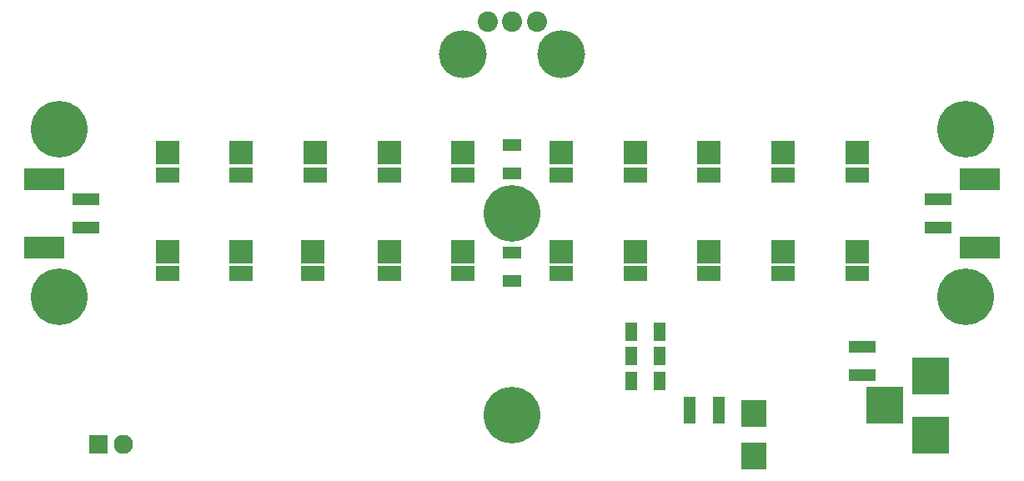
<source format=gts>
G04 #@! TF.GenerationSoftware,KiCad,Pcbnew,(5.0.0-rc2-117-g8a2639325)*
G04 #@! TF.CreationDate,2018-07-20T00:32:21+10:00*
G04 #@! TF.ProjectId,AR0004-R1,4152303030342D52312E6B696361645F,rev?*
G04 #@! TF.SameCoordinates,Original*
G04 #@! TF.FileFunction,Soldermask,Top*
G04 #@! TF.FilePolarity,Negative*
%FSLAX46Y46*%
G04 Gerber Fmt 4.6, Leading zero omitted, Abs format (unit mm)*
G04 Created by KiCad (PCBNEW (5.0.0-rc2-117-g8a2639325)) date 07/20/18 00:32:21*
%MOMM*%
%LPD*%
G01*
G04 APERTURE LIST*
%ADD10R,2.754000X1.154000*%
%ADD11R,1.154000X2.754000*%
%ADD12R,1.954000X1.154000*%
%ADD13R,2.354000X1.554000*%
%ADD14R,2.354000X2.454000*%
%ADD15R,2.554000X2.754000*%
%ADD16R,4.054000X2.254000*%
%ADD17R,3.754000X3.754000*%
%ADD18O,1.954000X1.954000*%
%ADD19R,1.954000X1.954000*%
%ADD20C,4.854000*%
%ADD21C,2.054000*%
%ADD22C,5.754000*%
%ADD23R,1.154000X1.954000*%
G04 APERTURE END LIST*
D10*
G04 #@! TO.C,C5*
X135500000Y-81050000D03*
X135500000Y-83950000D03*
G04 #@! TD*
D11*
G04 #@! TO.C,C6*
X118050000Y-87500000D03*
X120950000Y-87500000D03*
G04 #@! TD*
D10*
G04 #@! TO.C,C7*
X56750000Y-66050000D03*
X56750000Y-68950000D03*
G04 #@! TD*
G04 #@! TO.C,C8*
X143250000Y-68950000D03*
X143250000Y-66050000D03*
G04 #@! TD*
D12*
G04 #@! TO.C,C9*
X100000000Y-63450000D03*
X100000000Y-60550000D03*
G04 #@! TD*
G04 #@! TO.C,C14*
X100000000Y-71500000D03*
X100000000Y-74400000D03*
G04 #@! TD*
D13*
G04 #@! TO.C,D1*
X65000000Y-63630000D03*
D14*
X65000000Y-61370000D03*
G04 #@! TD*
G04 #@! TO.C,D2*
X72500000Y-61370000D03*
D13*
X72500000Y-63630000D03*
G04 #@! TD*
G04 #@! TO.C,D3*
X80000000Y-63630000D03*
D14*
X80000000Y-61370000D03*
G04 #@! TD*
G04 #@! TO.C,D4*
X87500000Y-61370000D03*
D13*
X87500000Y-63630000D03*
G04 #@! TD*
D14*
G04 #@! TO.C,D5*
X95000000Y-61370000D03*
D13*
X95000000Y-63630000D03*
G04 #@! TD*
G04 #@! TO.C,D6*
X105000000Y-63630000D03*
D14*
X105000000Y-61370000D03*
G04 #@! TD*
G04 #@! TO.C,D7*
X112500000Y-61370000D03*
D13*
X112500000Y-63630000D03*
G04 #@! TD*
G04 #@! TO.C,D8*
X120000000Y-63630000D03*
D14*
X120000000Y-61370000D03*
G04 #@! TD*
G04 #@! TO.C,D9*
X127500000Y-61370000D03*
D13*
X127500000Y-63630000D03*
G04 #@! TD*
G04 #@! TO.C,D10*
X135000000Y-63630000D03*
D14*
X135000000Y-61370000D03*
G04 #@! TD*
D15*
G04 #@! TO.C,D11*
X124500000Y-87850000D03*
X124500000Y-92150000D03*
G04 #@! TD*
D14*
G04 #@! TO.C,D12*
X65000000Y-71370000D03*
D13*
X65000000Y-73630000D03*
G04 #@! TD*
D14*
G04 #@! TO.C,D13*
X72500000Y-71370000D03*
D13*
X72500000Y-73630000D03*
G04 #@! TD*
D14*
G04 #@! TO.C,D14*
X79760000Y-71370000D03*
D13*
X79760000Y-73630000D03*
G04 #@! TD*
G04 #@! TO.C,D15*
X87500000Y-73630000D03*
D14*
X87500000Y-71370000D03*
G04 #@! TD*
D13*
G04 #@! TO.C,D16*
X95000000Y-73630000D03*
D14*
X95000000Y-71370000D03*
G04 #@! TD*
G04 #@! TO.C,D17*
X105000000Y-71370000D03*
D13*
X105000000Y-73630000D03*
G04 #@! TD*
G04 #@! TO.C,D18*
X112500000Y-73630000D03*
D14*
X112500000Y-71370000D03*
G04 #@! TD*
G04 #@! TO.C,D19*
X120000000Y-71370000D03*
D13*
X120000000Y-73630000D03*
G04 #@! TD*
G04 #@! TO.C,D20*
X127500000Y-73630000D03*
D14*
X127500000Y-71370000D03*
G04 #@! TD*
D13*
G04 #@! TO.C,D21*
X135000000Y-73630000D03*
D14*
X135000000Y-71370000D03*
G04 #@! TD*
D16*
G04 #@! TO.C,J1*
X147500000Y-71000000D03*
G04 #@! TD*
G04 #@! TO.C,J2*
X52500000Y-71000000D03*
G04 #@! TD*
D17*
G04 #@! TO.C,J3*
X137800000Y-87000000D03*
X142500000Y-90000000D03*
X142500000Y-84000000D03*
G04 #@! TD*
D16*
G04 #@! TO.C,J4*
X147500000Y-64000000D03*
G04 #@! TD*
G04 #@! TO.C,J5*
X52500000Y-64000000D03*
G04 #@! TD*
D18*
G04 #@! TO.C,J6*
X60540000Y-91000000D03*
D19*
X58000000Y-91000000D03*
G04 #@! TD*
D20*
G04 #@! TO.C,RV1*
X95000000Y-51300000D03*
X105000000Y-51300000D03*
D21*
X97500000Y-48000000D03*
X100000000Y-48000000D03*
X102500000Y-48000000D03*
G04 #@! TD*
D22*
G04 #@! TO.C,MK1*
X54000000Y-59000000D03*
G04 #@! TD*
G04 #@! TO.C,MK2*
X100000000Y-67500000D03*
G04 #@! TD*
G04 #@! TO.C,MK3*
X146000000Y-59000000D03*
G04 #@! TD*
G04 #@! TO.C,MK4*
X54000000Y-76000000D03*
G04 #@! TD*
G04 #@! TO.C,MK5*
X100000000Y-88000000D03*
G04 #@! TD*
G04 #@! TO.C,MK6*
X146000000Y-76000000D03*
G04 #@! TD*
D23*
G04 #@! TO.C,R2*
X112050000Y-79500000D03*
X114950000Y-79500000D03*
G04 #@! TD*
G04 #@! TO.C,R3*
X114950000Y-82000000D03*
X112050000Y-82000000D03*
G04 #@! TD*
G04 #@! TO.C,R4*
X114950000Y-84500000D03*
X112050000Y-84500000D03*
G04 #@! TD*
M02*

</source>
